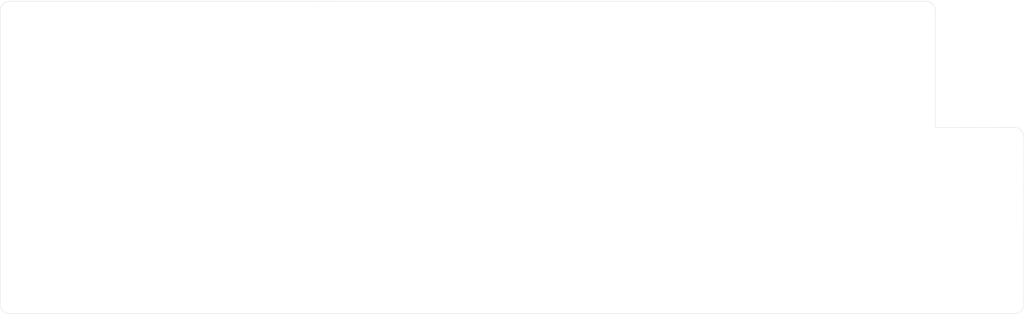
<source format=kicad_pcb>
(kicad_pcb (version 20171130) (host pcbnew "(5.1.12)-1")

  (general
    (thickness 1.6)
    (drawings 11)
    (tracks 0)
    (zones 0)
    (modules 12)
    (nets 1)
  )

  (page A3)
  (layers
    (0 F.Cu signal)
    (31 B.Cu signal)
    (32 B.Adhes user)
    (33 F.Adhes user)
    (34 B.Paste user)
    (35 F.Paste user)
    (36 B.SilkS user)
    (37 F.SilkS user)
    (38 B.Mask user)
    (39 F.Mask user)
    (40 Dwgs.User user)
    (41 Cmts.User user)
    (42 Eco1.User user)
    (43 Eco2.User user)
    (44 Edge.Cuts user)
    (45 Margin user)
    (46 B.CrtYd user)
    (47 F.CrtYd user)
    (48 B.Fab user)
    (49 F.Fab user)
  )

  (setup
    (last_trace_width 0.25)
    (user_trace_width 0.5)
    (user_trace_width 0.5)
    (trace_clearance 0.2)
    (zone_clearance 0.508)
    (zone_45_only no)
    (trace_min 0.2)
    (via_size 0.8)
    (via_drill 0.4)
    (via_min_size 0.4)
    (via_min_drill 0.3)
    (uvia_size 0.3)
    (uvia_drill 0.1)
    (uvias_allowed no)
    (uvia_min_size 0.2)
    (uvia_min_drill 0.1)
    (edge_width 0.1)
    (segment_width 0.2)
    (pcb_text_width 0.3)
    (pcb_text_size 1.5 1.5)
    (mod_edge_width 0.15)
    (mod_text_size 1 1)
    (mod_text_width 0.15)
    (pad_size 2.2 2.2)
    (pad_drill 2.2)
    (pad_to_mask_clearance 0)
    (aux_axis_origin 0 0)
    (visible_elements 7FFFFFFF)
    (pcbplotparams
      (layerselection 0x01000_7ffffffe)
      (usegerberextensions true)
      (usegerberattributes false)
      (usegerberadvancedattributes false)
      (creategerberjobfile false)
      (excludeedgelayer true)
      (linewidth 0.100000)
      (plotframeref false)
      (viasonmask false)
      (mode 1)
      (useauxorigin false)
      (hpglpennumber 1)
      (hpglpenspeed 20)
      (hpglpendiameter 15.000000)
      (psnegative false)
      (psa4output false)
      (plotreference true)
      (plotvalue true)
      (plotinvisibletext false)
      (padsonsilk false)
      (subtractmaskfromsilk false)
      (outputformat 4)
      (mirror false)
      (drillshape 0)
      (scaleselection 1)
      (outputdirectory "C:/Users/サリチル酸/Desktop/"))
  )

  (net 0 "")

  (net_class Default "これはデフォルトのネット クラスです。"
    (clearance 0.2)
    (trace_width 0.25)
    (via_dia 0.8)
    (via_drill 0.4)
    (uvia_dia 0.3)
    (uvia_drill 0.1)
  )

  (module kbd_Hole:m2_Screw_Hole_EdgeCuts (layer F.Cu) (tedit 5DA73E67) (tstamp 6512A938)
    (at 109.58 57.66)
    (descr "Mounting Hole 2.2mm, no annular, M2")
    (tags "mounting hole 2.2mm no annular m2")
    (path /629102F3)
    (attr virtual)
    (fp_text reference J12 (at 0 -3.2) (layer F.Fab) hide
      (effects (font (size 1 1) (thickness 0.15)))
    )
    (fp_text value Conn_01x01 (at 0 3.2) (layer F.Fab) hide
      (effects (font (size 1 1) (thickness 0.15)))
    )
    (fp_circle (center 0 0) (end 1.1 0) (layer Edge.Cuts) (width 0.01))
    (fp_text user %R (at 0.3 0) (layer F.Fab) hide
      (effects (font (size 1 1) (thickness 0.15)))
    )
  )

  (module kbd_Hole:m2_Screw_Hole_EdgeCuts (layer F.Cu) (tedit 5DA73E67) (tstamp 6512A99F)
    (at 204.76 57.64)
    (descr "Mounting Hole 2.2mm, no annular, M2")
    (tags "mounting hole 2.2mm no annular m2")
    (path /629102F3)
    (attr virtual)
    (fp_text reference J13 (at 0 -3.2) (layer F.Fab) hide
      (effects (font (size 1 1) (thickness 0.15)))
    )
    (fp_text value Conn_01x01 (at 0 3.2) (layer F.Fab) hide
      (effects (font (size 1 1) (thickness 0.15)))
    )
    (fp_circle (center 0 0) (end 1.1 0) (layer Edge.Cuts) (width 0.01))
    (fp_text user %R (at 0.3 0) (layer F.Fab) hide
      (effects (font (size 1 1) (thickness 0.15)))
    )
  )

  (module kbd_Hole:m2_Screw_Hole_EdgeCuts (layer F.Cu) (tedit 5DA73E67) (tstamp 6514BA2B)
    (at 304.8 20.91)
    (descr "Mounting Hole 2.2mm, no annular, M2")
    (tags "mounting hole 2.2mm no annular m2")
    (path /629E7105)
    (attr virtual)
    (fp_text reference J9 (at 0 -3.2) (layer F.Fab)
      (effects (font (size 1 1) (thickness 0.15)))
    )
    (fp_text value Conn_01x01 (at 0 3.2) (layer F.Fab)
      (effects (font (size 1 1) (thickness 0.15)))
    )
    (fp_circle (center 0 0) (end 1.1 0) (layer Edge.Cuts) (width 0.01))
    (fp_text user %R (at 0.3 0) (layer F.Fab)
      (effects (font (size 1 1) (thickness 0.15)))
    )
  )

  (module kbd_Hole:m2_Screw_Hole_EdgeCuts (layer F.Cu) (tedit 5DA73E67) (tstamp 6512A8B3)
    (at 208.45 111.91875)
    (descr "Mounting Hole 2.2mm, no annular, M2")
    (tags "mounting hole 2.2mm no annular m2")
    (path /629102F3)
    (attr virtual)
    (fp_text reference J6 (at 0 -3.2) (layer F.Fab) hide
      (effects (font (size 1 1) (thickness 0.15)))
    )
    (fp_text value Conn_01x01 (at 0 3.2) (layer F.Fab) hide
      (effects (font (size 1 1) (thickness 0.15)))
    )
    (fp_circle (center 0 0) (end 1.1 0) (layer Edge.Cuts) (width 0.01))
    (fp_text user %R (at 0.3 0) (layer F.Fab) hide
      (effects (font (size 1 1) (thickness 0.15)))
    )
  )

  (module kbd_Hole:m2_Screw_Hole_EdgeCuts (layer F.Cu) (tedit 5DA73E67) (tstamp 6512A8B3)
    (at 106.05625 111.91875)
    (descr "Mounting Hole 2.2mm, no annular, M2")
    (tags "mounting hole 2.2mm no annular m2")
    (path /629102F3)
    (attr virtual)
    (fp_text reference J5 (at 0 -3.2) (layer F.Fab) hide
      (effects (font (size 1 1) (thickness 0.15)))
    )
    (fp_text value Conn_01x01 (at 0 3.2) (layer F.Fab) hide
      (effects (font (size 1 1) (thickness 0.15)))
    )
    (fp_circle (center 0 0) (end 1.1 0) (layer Edge.Cuts) (width 0.01))
    (fp_text user %R (at 0.3 0) (layer F.Fab) hide
      (effects (font (size 1 1) (thickness 0.15)))
    )
  )

  (module kbd_Hole:m2_Screw_Hole_EdgeCuts (layer F.Cu) (tedit 5DA73E67) (tstamp 60A2FDA6)
    (at 228.59 19.92)
    (descr "Mounting Hole 2.2mm, no annular, M2")
    (tags "mounting hole 2.2mm no annular m2")
    (path /629102E9)
    (attr virtual)
    (fp_text reference J10 (at 0 -3.2) (layer F.Fab) hide
      (effects (font (size 1 1) (thickness 0.15)))
    )
    (fp_text value Conn_01x01 (at 0 3.2) (layer F.Fab) hide
      (effects (font (size 1 1) (thickness 0.15)))
    )
    (fp_circle (center 0 0) (end 1.1 0) (layer Edge.Cuts) (width 0.01))
    (fp_text user %R (at 0.3 0) (layer F.Fab) hide
      (effects (font (size 1 1) (thickness 0.15)))
    )
  )

  (module kbd_Hole:m2_Screw_Hole_EdgeCuts (layer F.Cu) (tedit 5DA73E67) (tstamp 60A2FDA0)
    (at 114.29 19.78)
    (descr "Mounting Hole 2.2mm, no annular, M2")
    (tags "mounting hole 2.2mm no annular m2")
    (path /64540392)
    (attr virtual)
    (fp_text reference J11 (at 0 -3.2) (layer F.Fab) hide
      (effects (font (size 1 1) (thickness 0.15)))
    )
    (fp_text value Conn_01x01 (at 0 3.2) (layer F.Fab) hide
      (effects (font (size 1 1) (thickness 0.15)))
    )
    (fp_circle (center 0 0) (end 1.1 0) (layer Edge.Cuts) (width 0.01))
    (fp_text user %R (at 0.3 0) (layer F.Fab) hide
      (effects (font (size 1 1) (thickness 0.15)))
    )
  )

  (module kbd_Hole:m2_Screw_Hole_EdgeCuts (layer F.Cu) (tedit 5DA73E67) (tstamp 60A2FD88)
    (at 334.34 112.81)
    (descr "Mounting Hole 2.2mm, no annular, M2")
    (tags "mounting hole 2.2mm no annular m2")
    (path /5CC9EE92)
    (attr virtual)
    (fp_text reference J7 (at 0 -3.2) (layer F.Fab) hide
      (effects (font (size 1 1) (thickness 0.15)))
    )
    (fp_text value Conn_01x01 (at 0 3.2) (layer F.Fab) hide
      (effects (font (size 1 1) (thickness 0.15)))
    )
    (fp_circle (center 0 0) (end 1.1 0) (layer Edge.Cuts) (width 0.01))
    (fp_text user %R (at 0.3 0) (layer F.Fab) hide
      (effects (font (size 1 1) (thickness 0.15)))
    )
  )

  (module kbd_Hole:m2_Screw_Hole_EdgeCuts (layer F.Cu) (tedit 5DA73E67) (tstamp 60A2FD82)
    (at 334.66 67.21)
    (descr "Mounting Hole 2.2mm, no annular, M2")
    (tags "mounting hole 2.2mm no annular m2")
    (path /5CC48CEB)
    (attr virtual)
    (fp_text reference J8 (at 0 -3.2) (layer F.Fab) hide
      (effects (font (size 1 1) (thickness 0.15)))
    )
    (fp_text value Conn_01x01 (at 0 3.2) (layer F.Fab) hide
      (effects (font (size 1 1) (thickness 0.15)))
    )
    (fp_circle (center 0 0) (end 1.1 0) (layer Edge.Cuts) (width 0.01))
    (fp_text user %R (at 0.3 0) (layer F.Fab) hide
      (effects (font (size 1 1) (thickness 0.15)))
    )
  )

  (module kbd_Hole:m2_Screw_Hole_EdgeCuts (layer F.Cu) (tedit 5DA73E67) (tstamp 60A2FD76)
    (at 17.56 112.6)
    (descr "Mounting Hole 2.2mm, no annular, M2")
    (tags "mounting hole 2.2mm no annular m2")
    (path /629102F3)
    (attr virtual)
    (fp_text reference J4 (at 0 -3.2) (layer F.Fab) hide
      (effects (font (size 1 1) (thickness 0.15)))
    )
    (fp_text value Conn_01x01 (at 0 3.2) (layer F.Fab) hide
      (effects (font (size 1 1) (thickness 0.15)))
    )
    (fp_circle (center 0 0) (end 1.1 0) (layer Edge.Cuts) (width 0.01))
    (fp_text user %R (at 0.3 0) (layer F.Fab) hide
      (effects (font (size 1 1) (thickness 0.15)))
    )
  )

  (module kbd_Hole:m2_Screw_Hole_EdgeCuts (layer F.Cu) (tedit 5DA73E67) (tstamp 60A2FD70)
    (at 18.07 67.77)
    (descr "Mounting Hole 2.2mm, no annular, M2")
    (tags "mounting hole 2.2mm no annular m2")
    (path /6454039C)
    (attr virtual)
    (fp_text reference J3 (at 0 -3.2) (layer F.Fab) hide
      (effects (font (size 1 1) (thickness 0.15)))
    )
    (fp_text value Conn_01x01 (at 0 3.2) (layer F.Fab) hide
      (effects (font (size 1 1) (thickness 0.15)))
    )
    (fp_circle (center 0 0) (end 1.1 0) (layer Edge.Cuts) (width 0.01))
    (fp_text user %R (at 0.3 0) (layer F.Fab) hide
      (effects (font (size 1 1) (thickness 0.15)))
    )
  )

  (module kbd_Hole:m2_Screw_Hole_EdgeCuts (layer F.Cu) (tedit 5DA73E67) (tstamp 60A2FD6A)
    (at 17.61 20.69)
    (descr "Mounting Hole 2.2mm, no annular, M2")
    (tags "mounting hole 2.2mm no annular m2")
    (path /64540388)
    (attr virtual)
    (fp_text reference J2 (at 0 -3.2) (layer F.Fab) hide
      (effects (font (size 1 1) (thickness 0.15)))
    )
    (fp_text value Conn_01x01 (at 0 3.2) (layer F.Fab) hide
      (effects (font (size 1 1) (thickness 0.15)))
    )
    (fp_circle (center 0 0) (end 1.1 0) (layer Edge.Cuts) (width 0.01))
    (fp_text user %R (at 0.3 0) (layer F.Fab) hide
      (effects (font (size 1 1) (thickness 0.15)))
    )
  )

  (gr_arc (start 334.49 60.17) (end 337.49 60.17) (angle -90) (layer Edge.Cuts) (width 0.1) (tstamp 651663F6))
  (gr_line (start 309.5625 57.15) (end 334.49 57.17) (layer Edge.Cuts) (width 0.1))
  (gr_line (start 309.56 20.26) (end 309.5625 57.15) (layer Edge.Cuts) (width 0.1))
  (gr_arc (start 306.56 20.26) (end 309.56 20.26) (angle -90) (layer Edge.Cuts) (width 0.1) (tstamp 651663F6))
  (gr_arc (start 17.275 113.05) (end 14.275 113.05) (angle -90) (layer Edge.Cuts) (width 0.1) (tstamp 60576F55))
  (gr_arc (start 17.275 20.25) (end 17.275 17.25) (angle -90) (layer Edge.Cuts) (width 0.1) (tstamp 60576F20))
  (gr_arc (start 334.483441 113.049685) (end 334.483441 116.049685) (angle -90) (layer Edge.Cuts) (width 0.1))
  (gr_line (start 337.483441 113.049685) (end 337.49 60.17) (layer Edge.Cuts) (width 0.1))
  (gr_line (start 17.275 116.05) (end 334.483441 116.049685) (layer Edge.Cuts) (width 0.1))
  (gr_line (start 14.275 20.25) (end 14.275 113.05) (layer Edge.Cuts) (width 0.1))
  (gr_line (start 306.56 17.26) (end 17.275 17.25) (layer Edge.Cuts) (width 0.1))

)

</source>
